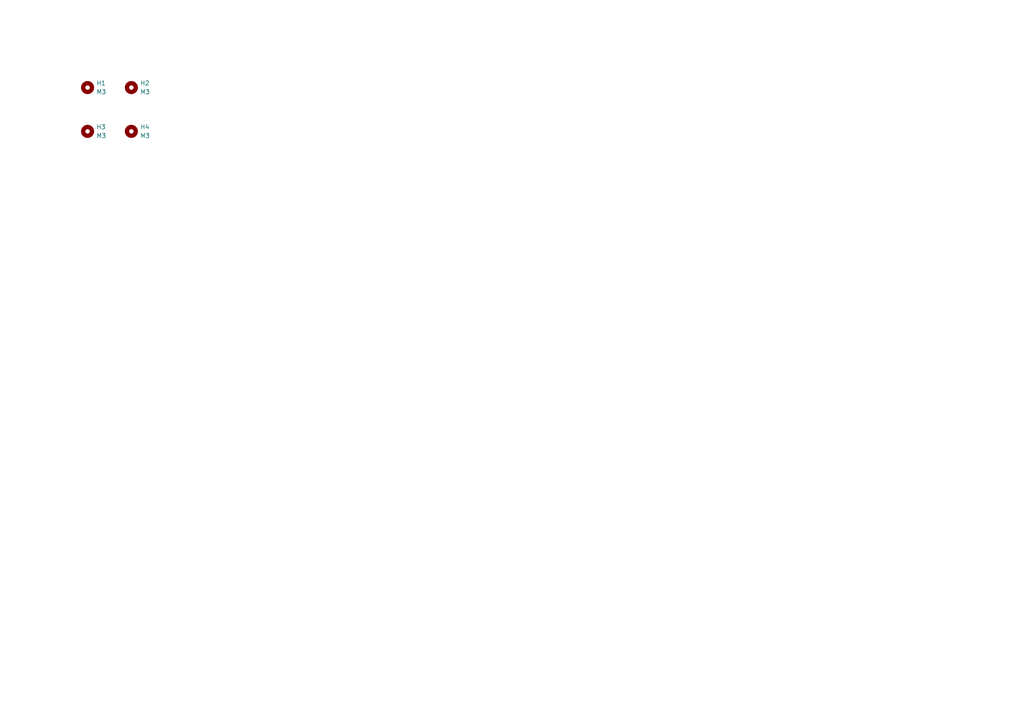
<source format=kicad_sch>
(kicad_sch (version 20250114) (generator "eeschema") (generator_version "9.0")
  (paper "A4")
  (lib_symbols
    (symbol "Mechanical:MountingHole" (pin_names (offset 1.016)) (in_bom no)
      (property "Reference" "H" (at 0 5.08 0))
      (property "Value" "MountingHole" (at 0 3.175 0))
      (symbol "MountingHole_0_1"
        (circle (center 0 0) (radius 1.27) (stroke (width 1.27)))
      )
    )
  )
  (symbol (lib_id "Mechanical:MountingHole") (at 38.1 38.1 0) (unit 1) (exclude_from_sim yes) (in_bom no)
    (property "Reference" "H4" (at 40.64 36.8299 0) (effects (justify left)))
    (property "Value" "M3" (at 40.64 39.3699 0) (effects (justify left)))
    (property "Footprint" "MountingHole:MountingHole_3.2mm_M3_Pad_TopBottom" (effects (hide yes)))
    (property "Description" "Mounting Hole without connection" (effects (hide yes)))
  )
  (symbol (lib_id "Mechanical:MountingHole") (at 38.1 25.4 0) (unit 1) (exclude_from_sim yes) (in_bom no)
    (property "Reference" "H2" (at 40.64 24.1299 0) (effects (justify left)))
    (property "Value" "M3" (at 40.64 26.6699 0) (effects (justify left)))
    (property "Footprint" "MountingHole:MountingHole_3.2mm_M3_Pad_TopBottom" (effects (hide yes)))
    (property "Description" "Mounting Hole without connection" (effects (hide yes)))
  )
  (symbol (lib_id "Mechanical:MountingHole") (at 25.4 25.4 0) (unit 1) (exclude_from_sim yes) (in_bom no)
    (property "Reference" "H1" (at 27.94 24.1299 0) (effects (justify left)))
    (property "Value" "M3" (at 27.94 26.6699 0) (effects (justify left)))
    (property "Footprint" "MountingHole:MountingHole_3.2mm_M3_Pad_TopBottom" (effects (hide yes)))
    (property "Description" "Mounting Hole without connection" (effects (hide yes)))
  )
  (symbol (lib_id "Mechanical:MountingHole") (at 25.4 38.1 0) (unit 1) (exclude_from_sim yes) (in_bom no)
    (property "Reference" "H3" (at 27.94 36.8299 0) (effects (justify left)))
    (property "Value" "M3" (at 27.94 39.3699 0) (effects (justify left)))
    (property "Footprint" "MountingHole:MountingHole_3.2mm_M3_Pad_TopBottom" (effects (hide yes)))
    (property "Description" "Mounting Hole without connection" (effects (hide yes)))
  )
)
</source>
